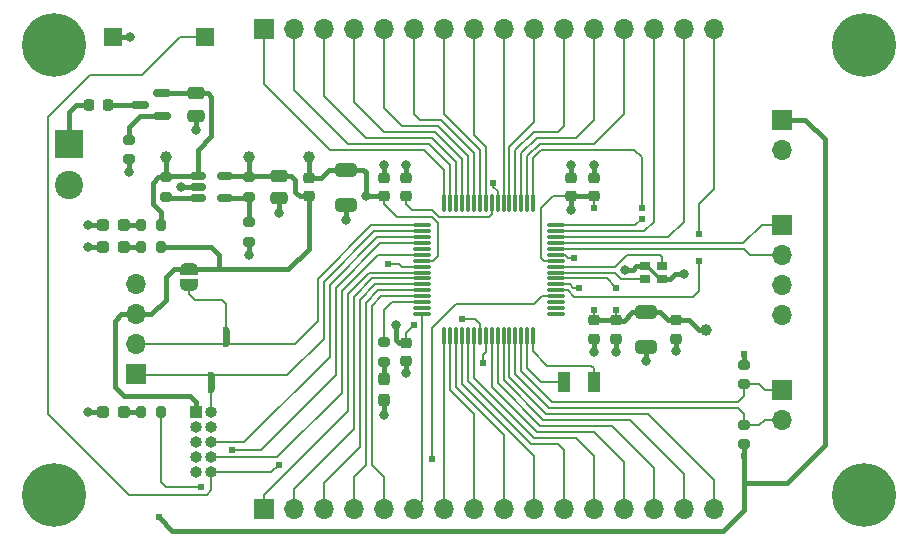
<source format=gbr>
%TF.GenerationSoftware,KiCad,Pcbnew,(6.0.2)*%
%TF.CreationDate,2022-02-18T18:14:02-05:00*%
%TF.ProjectId,EFM32TG11-Core,45464d33-3254-4473-9131-2d436f72652e,rev?*%
%TF.SameCoordinates,Original*%
%TF.FileFunction,Copper,L1,Top*%
%TF.FilePolarity,Positive*%
%FSLAX46Y46*%
G04 Gerber Fmt 4.6, Leading zero omitted, Abs format (unit mm)*
G04 Created by KiCad (PCBNEW (6.0.2)) date 2022-02-18 18:14:02*
%MOMM*%
%LPD*%
G01*
G04 APERTURE LIST*
G04 Aperture macros list*
%AMRoundRect*
0 Rectangle with rounded corners*
0 $1 Rounding radius*
0 $2 $3 $4 $5 $6 $7 $8 $9 X,Y pos of 4 corners*
0 Add a 4 corners polygon primitive as box body*
4,1,4,$2,$3,$4,$5,$6,$7,$8,$9,$2,$3,0*
0 Add four circle primitives for the rounded corners*
1,1,$1+$1,$2,$3*
1,1,$1+$1,$4,$5*
1,1,$1+$1,$6,$7*
1,1,$1+$1,$8,$9*
0 Add four rect primitives between the rounded corners*
20,1,$1+$1,$2,$3,$4,$5,0*
20,1,$1+$1,$4,$5,$6,$7,0*
20,1,$1+$1,$6,$7,$8,$9,0*
20,1,$1+$1,$8,$9,$2,$3,0*%
%AMFreePoly0*
4,1,22,0.500000,-0.750000,0.000000,-0.750000,0.000000,-0.745033,-0.079941,-0.743568,-0.215256,-0.701293,-0.333266,-0.622738,-0.424486,-0.514219,-0.481581,-0.384460,-0.499164,-0.250000,-0.500000,-0.250000,-0.500000,0.250000,-0.499164,0.250000,-0.499963,0.256109,-0.478152,0.396186,-0.417904,0.524511,-0.324060,0.630769,-0.204165,0.706417,-0.067858,0.745374,0.000000,0.744959,0.000000,0.750000,
0.500000,0.750000,0.500000,-0.750000,0.500000,-0.750000,$1*%
%AMFreePoly1*
4,1,20,0.000000,0.744959,0.073905,0.744508,0.209726,0.703889,0.328688,0.626782,0.421226,0.519385,0.479903,0.390333,0.500000,0.250000,0.500000,-0.250000,0.499851,-0.262216,0.476331,-0.402017,0.414519,-0.529596,0.319384,-0.634700,0.198574,-0.708877,0.061801,-0.746166,0.000000,-0.745033,0.000000,-0.750000,-0.500000,-0.750000,-0.500000,0.750000,0.000000,0.750000,0.000000,0.744959,
0.000000,0.744959,$1*%
G04 Aperture macros list end*
%TA.AperFunction,SMDPad,CuDef*%
%ADD10RoundRect,0.225000X-0.250000X0.225000X-0.250000X-0.225000X0.250000X-0.225000X0.250000X0.225000X0*%
%TD*%
%TA.AperFunction,ComponentPad*%
%ADD11R,1.700000X1.700000*%
%TD*%
%TA.AperFunction,ComponentPad*%
%ADD12O,1.700000X1.700000*%
%TD*%
%TA.AperFunction,ComponentPad*%
%ADD13R,2.400000X2.400000*%
%TD*%
%TA.AperFunction,ComponentPad*%
%ADD14C,2.400000*%
%TD*%
%TA.AperFunction,ComponentPad*%
%ADD15C,0.600000*%
%TD*%
%TA.AperFunction,SMDPad,CuDef*%
%ADD16RoundRect,0.218750X0.256250X-0.218750X0.256250X0.218750X-0.256250X0.218750X-0.256250X-0.218750X0*%
%TD*%
%TA.AperFunction,SMDPad,CuDef*%
%ADD17C,1.000000*%
%TD*%
%TA.AperFunction,SMDPad,CuDef*%
%ADD18RoundRect,0.200000X0.200000X0.275000X-0.200000X0.275000X-0.200000X-0.275000X0.200000X-0.275000X0*%
%TD*%
%TA.AperFunction,SMDPad,CuDef*%
%ADD19R,0.900000X0.800000*%
%TD*%
%TA.AperFunction,SMDPad,CuDef*%
%ADD20RoundRect,0.237500X0.237500X-0.287500X0.237500X0.287500X-0.237500X0.287500X-0.237500X-0.287500X0*%
%TD*%
%TA.AperFunction,SMDPad,CuDef*%
%ADD21RoundRect,0.250000X-0.475000X0.250000X-0.475000X-0.250000X0.475000X-0.250000X0.475000X0.250000X0*%
%TD*%
%TA.AperFunction,SMDPad,CuDef*%
%ADD22RoundRect,0.250000X-0.650000X0.325000X-0.650000X-0.325000X0.650000X-0.325000X0.650000X0.325000X0*%
%TD*%
%TA.AperFunction,SMDPad,CuDef*%
%ADD23RoundRect,0.200000X-0.275000X0.200000X-0.275000X-0.200000X0.275000X-0.200000X0.275000X0.200000X0*%
%TD*%
%TA.AperFunction,SMDPad,CuDef*%
%ADD24FreePoly0,270.000000*%
%TD*%
%TA.AperFunction,SMDPad,CuDef*%
%ADD25FreePoly1,270.000000*%
%TD*%
%TA.AperFunction,SMDPad,CuDef*%
%ADD26RoundRect,0.237500X-0.287500X-0.237500X0.287500X-0.237500X0.287500X0.237500X-0.287500X0.237500X0*%
%TD*%
%TA.AperFunction,ComponentPad*%
%ADD27C,5.400000*%
%TD*%
%TA.AperFunction,SMDPad,CuDef*%
%ADD28RoundRect,0.075000X0.075000X-0.662500X0.075000X0.662500X-0.075000X0.662500X-0.075000X-0.662500X0*%
%TD*%
%TA.AperFunction,SMDPad,CuDef*%
%ADD29RoundRect,0.075000X0.662500X-0.075000X0.662500X0.075000X-0.662500X0.075000X-0.662500X-0.075000X0*%
%TD*%
%TA.AperFunction,SMDPad,CuDef*%
%ADD30RoundRect,0.150000X-0.512500X-0.150000X0.512500X-0.150000X0.512500X0.150000X-0.512500X0.150000X0*%
%TD*%
%TA.AperFunction,SMDPad,CuDef*%
%ADD31R,1.000000X1.800000*%
%TD*%
%TA.AperFunction,SMDPad,CuDef*%
%ADD32RoundRect,0.225000X0.250000X-0.225000X0.250000X0.225000X-0.250000X0.225000X-0.250000X-0.225000X0*%
%TD*%
%TA.AperFunction,SMDPad,CuDef*%
%ADD33RoundRect,0.150000X0.587500X0.150000X-0.587500X0.150000X-0.587500X-0.150000X0.587500X-0.150000X0*%
%TD*%
%TA.AperFunction,SMDPad,CuDef*%
%ADD34RoundRect,0.200000X0.275000X-0.200000X0.275000X0.200000X-0.275000X0.200000X-0.275000X-0.200000X0*%
%TD*%
%TA.AperFunction,SMDPad,CuDef*%
%ADD35R,1.500000X1.500000*%
%TD*%
%TA.AperFunction,ComponentPad*%
%ADD36R,1.000000X1.000000*%
%TD*%
%TA.AperFunction,ComponentPad*%
%ADD37O,1.000000X1.000000*%
%TD*%
%TA.AperFunction,SMDPad,CuDef*%
%ADD38RoundRect,0.218750X-0.218750X-0.256250X0.218750X-0.256250X0.218750X0.256250X-0.218750X0.256250X0*%
%TD*%
%TA.AperFunction,ViaPad*%
%ADD39C,0.812800*%
%TD*%
%TA.AperFunction,ViaPad*%
%ADD40C,0.609600*%
%TD*%
%TA.AperFunction,Conductor*%
%ADD41C,0.406400*%
%TD*%
%TA.AperFunction,Conductor*%
%ADD42C,0.203200*%
%TD*%
%TA.AperFunction,Conductor*%
%ADD43C,0.254000*%
%TD*%
%TA.AperFunction,Conductor*%
%ADD44C,0.200000*%
%TD*%
G04 APERTURE END LIST*
%TO.C,NT2*%
G36*
X136825000Y-111760000D02*
G01*
X136225000Y-111760000D01*
X136225000Y-110560000D01*
X136825000Y-110560000D01*
X136825000Y-111760000D01*
G37*
%TO.C,NT1*%
G36*
X138095000Y-107880000D02*
G01*
X137495000Y-107880000D01*
X137495000Y-106680000D01*
X138095000Y-106680000D01*
X138095000Y-107880000D01*
G37*
%TD*%
D10*
%TO.P,C9,1*%
%TO.N,VDDA*%
X168910000Y-105905000D03*
%TO.P,C9,2*%
%TO.N,GND*%
X168910000Y-107455000D03*
%TD*%
D11*
%TO.P,J2,1,Pin_1*%
%TO.N,+3V3*%
X184855000Y-88895000D03*
D12*
%TO.P,J2,2,Pin_2*%
%TO.N,GND*%
X184855000Y-91435000D03*
%TD*%
D13*
%TO.P,J1,1,Pin_1*%
%TO.N,Net-(F1-Pad1)*%
X124460000Y-90960000D03*
D14*
%TO.P,J1,2,Pin_2*%
%TO.N,GND*%
X124460000Y-94460000D03*
%TD*%
D15*
%TO.P,NT2,1,1*%
%TO.N,/SWDIO*%
X136525000Y-111760000D03*
%TO.P,NT2,2,2*%
%TO.N,/RX_{BOOT}*%
X136525000Y-110560000D03*
%TD*%
D16*
%TO.P,FB1,1*%
%TO.N,+3V3*%
X144780000Y-95402500D03*
%TO.P,FB1,2*%
%TO.N,VDD*%
X144780000Y-93827500D03*
%TD*%
D17*
%TO.P,TP3,1,1*%
%TO.N,VDD*%
X144780000Y-92075000D03*
%TD*%
D18*
%TO.P,R7,1*%
%TO.N,/BTLDR*%
X132270000Y-113665000D03*
%TO.P,R7,2*%
%TO.N,Net-(D3-Pad2)*%
X130620000Y-113665000D03*
%TD*%
D19*
%TO.P,Y2,1,1*%
%TO.N,/HFXTALN*%
X174690000Y-101304000D03*
%TO.P,Y2,2,2*%
%TO.N,GND*%
X173290000Y-101304000D03*
%TO.P,Y2,3,3*%
%TO.N,/HFXTALP*%
X173290000Y-102404000D03*
%TO.P,Y2,4,4*%
%TO.N,GND*%
X174690000Y-102404000D03*
%TD*%
D15*
%TO.P,NT1,1,1*%
%TO.N,/SWCLK*%
X137795000Y-106680000D03*
%TO.P,NT1,2,2*%
%TO.N,/TX_{BOOT}*%
X137795000Y-107880000D03*
%TD*%
D10*
%TO.P,C10,1*%
%TO.N,VDDA*%
X170815000Y-105905000D03*
%TO.P,C10,2*%
%TO.N,GND*%
X170815000Y-107455000D03*
%TD*%
D20*
%TO.P,D4,1,K*%
%TO.N,GND*%
X151130000Y-112635000D03*
%TO.P,D4,2,A*%
%TO.N,Net-(D4-Pad2)*%
X151130000Y-110885000D03*
%TD*%
D21*
%TO.P,C1,1*%
%TO.N,Net-(C1-Pad1)*%
X135255000Y-86680000D03*
%TO.P,C1,2*%
%TO.N,GND*%
X135255000Y-88580000D03*
%TD*%
D22*
%TO.P,C8,1*%
%TO.N,VDDA*%
X173355000Y-105205000D03*
%TO.P,C8,2*%
%TO.N,GND*%
X173355000Y-108155000D03*
%TD*%
D23*
%TO.P,R5,1*%
%TO.N,Net-(Q1-Pad1)*%
X129540000Y-90615000D03*
%TO.P,R5,2*%
%TO.N,GND*%
X129540000Y-92265000D03*
%TD*%
%TO.P,R10,1*%
%TO.N,+3V3*%
X181610000Y-109665000D03*
%TO.P,R10,2*%
%TO.N,/I2C1_{SCL}*%
X181610000Y-111315000D03*
%TD*%
D24*
%TO.P,JP1,1,A*%
%TO.N,+3V3*%
X134620000Y-101585000D03*
D25*
%TO.P,JP1,2,B*%
%TO.N,/SWCLK*%
X134620000Y-102885000D03*
%TD*%
D26*
%TO.P,D2,1,K*%
%TO.N,GND*%
X127395000Y-99695000D03*
%TO.P,D2,2,A*%
%TO.N,Net-(D2-Pad2)*%
X129145000Y-99695000D03*
%TD*%
D27*
%TO.P,H3,1,1*%
%TO.N,GND*%
X191770000Y-82550000D03*
%TD*%
D11*
%TO.P,J4,1,Pin_1*%
%TO.N,/I2C1_{SCL}*%
X184855000Y-111755000D03*
D12*
%TO.P,J4,2,Pin_2*%
%TO.N,/I2C1_{SDA}*%
X184855000Y-114295000D03*
%TD*%
D27*
%TO.P,H1,1,1*%
%TO.N,GND*%
X123190000Y-82550000D03*
%TD*%
D26*
%TO.P,D3,1,K*%
%TO.N,GND*%
X127395000Y-113665000D03*
%TO.P,D3,2,A*%
%TO.N,Net-(D3-Pad2)*%
X129145000Y-113665000D03*
%TD*%
D23*
%TO.P,R8,1*%
%TO.N,/USR*%
X151130000Y-107760000D03*
%TO.P,R8,2*%
%TO.N,Net-(D4-Pad2)*%
X151130000Y-109410000D03*
%TD*%
D28*
%TO.P,U2,1,PA0*%
%TO.N,/PA0*%
X156270000Y-107262500D03*
%TO.P,U2,2,PA1*%
%TO.N,/PA1*%
X156770000Y-107262500D03*
%TO.P,U2,3,PA2*%
%TO.N,/PA2*%
X157270000Y-107262500D03*
%TO.P,U2,4,PA3*%
%TO.N,/PA3*%
X157770000Y-107262500D03*
%TO.P,U2,5,PA4*%
%TO.N,/PA4*%
X158270000Y-107262500D03*
%TO.P,U2,6,PA5*%
%TO.N,/PA5*%
X158770000Y-107262500D03*
%TO.P,U2,7,IOVDD_{0}*%
%TO.N,VDD*%
X159270000Y-107262500D03*
%TO.P,U2,8,VSS*%
%TO.N,GND*%
X159770000Y-107262500D03*
%TO.P,U2,9,PB3*%
%TO.N,/PB3*%
X160270000Y-107262500D03*
%TO.P,U2,10,PB4*%
%TO.N,/PB4*%
X160770000Y-107262500D03*
%TO.P,U2,11,PB5*%
%TO.N,/PB5*%
X161270000Y-107262500D03*
%TO.P,U2,12,PB6*%
%TO.N,/PB6*%
X161770000Y-107262500D03*
%TO.P,U2,13,PC4*%
%TO.N,/I2C1_{SDA}*%
X162270000Y-107262500D03*
%TO.P,U2,14,PC5*%
%TO.N,/I2C1_{SCL}*%
X162770000Y-107262500D03*
%TO.P,U2,15,LFXTALP*%
%TO.N,/LFXTALP*%
X163270000Y-107262500D03*
%TO.P,U2,16,LFXTALN*%
%TO.N,/LFXTALN*%
X163770000Y-107262500D03*
D29*
%TO.P,U2,17,PA12*%
%TO.N,/PA12*%
X165682500Y-105350000D03*
%TO.P,U2,18,PA13(5V)*%
%TO.N,/PA13*%
X165682500Y-104850000D03*
%TO.P,U2,19,PA14*%
%TO.N,/PA14*%
X165682500Y-104350000D03*
%TO.P,U2,20,~{RST}*%
%TO.N,/~{RST}*%
X165682500Y-103850000D03*
%TO.P,U2,21,PB11*%
%TO.N,/PB11*%
X165682500Y-103350000D03*
%TO.P,U2,22,VSS*%
%TO.N,GND*%
X165682500Y-102850000D03*
%TO.P,U2,23,AVDD*%
%TO.N,VDDA*%
X165682500Y-102350000D03*
%TO.P,U2,24,HFXTALP*%
%TO.N,/HFXTALP*%
X165682500Y-101850000D03*
%TO.P,U2,25,HFXTALN*%
%TO.N,/HFXTALN*%
X165682500Y-101350000D03*
%TO.P,U2,26,IOVDD_{0}*%
%TO.N,VDD*%
X165682500Y-100850000D03*
%TO.P,U2,27,AVDD*%
%TO.N,VDDA*%
X165682500Y-100350000D03*
%TO.P,U2,28,PD0(5V)*%
%TO.N,/UART1_{TX}*%
X165682500Y-99850000D03*
%TO.P,U2,29,PD1*%
%TO.N,/UART1_{RX}*%
X165682500Y-99350000D03*
%TO.P,U2,30,PD2(5V)*%
%TO.N,/PD2*%
X165682500Y-98850000D03*
%TO.P,U2,31,PD3*%
%TO.N,/PD3*%
X165682500Y-98350000D03*
%TO.P,U2,32,PD4*%
%TO.N,/UART1_{CTS}*%
X165682500Y-97850000D03*
D28*
%TO.P,U2,33,PD5*%
%TO.N,/UART1_{RTS}*%
X163770000Y-95937500D03*
%TO.P,U2,34,PD6*%
%TO.N,/PD6*%
X163270000Y-95937500D03*
%TO.P,U2,35,PD7*%
%TO.N,/PD7*%
X162770000Y-95937500D03*
%TO.P,U2,36,PD8*%
%TO.N,/PD8*%
X162270000Y-95937500D03*
%TO.P,U2,37,PC6*%
%TO.N,/PC6*%
X161770000Y-95937500D03*
%TO.P,U2,38,PC7*%
%TO.N,/PC7*%
X161270000Y-95937500D03*
%TO.P,U2,39,DVDD*%
%TO.N,VDD*%
X160770000Y-95937500D03*
%TO.P,U2,40,DCPL*%
%TO.N,Net-(C11-Pad1)*%
X160270000Y-95937500D03*
%TO.P,U2,41,PE4*%
%TO.N,/PE4*%
X159770000Y-95937500D03*
%TO.P,U2,42,PE5*%
%TO.N,/PE5*%
X159270000Y-95937500D03*
%TO.P,U2,43,PE6*%
%TO.N,/PE6*%
X158770000Y-95937500D03*
%TO.P,U2,44,PE7*%
%TO.N,/PE7*%
X158270000Y-95937500D03*
%TO.P,U2,45,PC12(5V)*%
%TO.N,/PC12*%
X157770000Y-95937500D03*
%TO.P,U2,46,PC13(5V)*%
%TO.N,/PC13*%
X157270000Y-95937500D03*
%TO.P,U2,47,PC14(5V)*%
%TO.N,/PC14*%
X156770000Y-95937500D03*
%TO.P,U2,48,PC15(5V)*%
%TO.N,/PC15*%
X156270000Y-95937500D03*
D29*
%TO.P,U2,49,PF0_SWCLK/TCK_TX_{BOOT}*%
%TO.N,/TX_{BOOT}*%
X154357500Y-97850000D03*
%TO.P,U2,50,PF1_SWDIO/TMS_RX_{BOOT}*%
%TO.N,/RX_{BOOT}*%
X154357500Y-98350000D03*
%TO.P,U2,51,PF2_TDO*%
%TO.N,/TDO_{JTAG}*%
X154357500Y-98850000D03*
%TO.P,U2,52,PF3*%
%TO.N,/BTLDR*%
X154357500Y-99350000D03*
%TO.P,U2,53,PF4*%
%TO.N,unconnected-(U2-Pad53)*%
X154357500Y-99850000D03*
%TO.P,U2,54,PF5_TDI*%
%TO.N,/TDI_{JTAG}*%
X154357500Y-100350000D03*
%TO.P,U2,55,IOVDD_{0}*%
%TO.N,VDD*%
X154357500Y-100850000D03*
%TO.P,U2,56,VSS*%
%TO.N,GND*%
X154357500Y-101350000D03*
%TO.P,U2,57,PE8*%
%TO.N,/PE8*%
X154357500Y-101850000D03*
%TO.P,U2,58,PE9*%
%TO.N,/PE9*%
X154357500Y-102350000D03*
%TO.P,U2,59,PE10*%
%TO.N,/PE10*%
X154357500Y-102850000D03*
%TO.P,U2,60,PE11*%
%TO.N,/PE11*%
X154357500Y-103350000D03*
%TO.P,U2,61,PE12*%
%TO.N,/PE12*%
X154357500Y-103850000D03*
%TO.P,U2,62,PE13*%
%TO.N,/USR*%
X154357500Y-104350000D03*
%TO.P,U2,63,PE14*%
%TO.N,/PE14*%
X154357500Y-104850000D03*
%TO.P,U2,64,PE15*%
%TO.N,/PE15*%
X154357500Y-105350000D03*
%TD*%
D23*
%TO.P,R3,1*%
%TO.N,+3V3*%
X139700000Y-93790000D03*
%TO.P,R3,2*%
%TO.N,Net-(R3-Pad2)*%
X139700000Y-95440000D03*
%TD*%
D11*
%TO.P,J7,1,Pin_1*%
%TO.N,/PE8*%
X140970000Y-121895000D03*
D12*
%TO.P,J7,2,Pin_2*%
%TO.N,/PE9*%
X143510000Y-121895000D03*
%TO.P,J7,3,Pin_3*%
%TO.N,/PE10*%
X146050000Y-121895000D03*
%TO.P,J7,4,Pin_4*%
%TO.N,/PE11*%
X148590000Y-121895000D03*
%TO.P,J7,5,Pin_5*%
%TO.N,/PE12*%
X151130000Y-121895000D03*
%TO.P,J7,6,Pin_6*%
%TO.N,/PE15*%
X153670000Y-121895000D03*
%TO.P,J7,7,Pin_7*%
%TO.N,/PA0*%
X156210000Y-121895000D03*
%TO.P,J7,8,Pin_8*%
%TO.N,/PA1*%
X158750000Y-121895000D03*
%TO.P,J7,9,Pin_9*%
%TO.N,/PA2*%
X161290000Y-121895000D03*
%TO.P,J7,10,Pin_10*%
%TO.N,/PA3*%
X163830000Y-121895000D03*
%TO.P,J7,11,Pin_11*%
%TO.N,/PA4*%
X166370000Y-121895000D03*
%TO.P,J7,12,Pin_12*%
%TO.N,/PA5*%
X168910000Y-121895000D03*
%TO.P,J7,13,Pin_13*%
%TO.N,/PB3*%
X171450000Y-121895000D03*
%TO.P,J7,14,Pin_14*%
%TO.N,/PB4*%
X173990000Y-121895000D03*
%TO.P,J7,15,Pin_15*%
%TO.N,/PB5*%
X176530000Y-121895000D03*
%TO.P,J7,16,Pin_16*%
%TO.N,/PB6*%
X179070000Y-121895000D03*
%TD*%
D30*
%TO.P,U1,1,IN*%
%TO.N,Net-(C1-Pad1)*%
X135387500Y-93665000D03*
%TO.P,U1,2,GND*%
%TO.N,GND*%
X135387500Y-94615000D03*
%TO.P,U1,3,EN*%
%TO.N,Net-(R1-Pad2)*%
X135387500Y-95565000D03*
%TO.P,U1,4,FB*%
%TO.N,Net-(R3-Pad2)*%
X137662500Y-95565000D03*
%TO.P,U1,5,OUT*%
%TO.N,+3V3*%
X137662500Y-93665000D03*
%TD*%
D31*
%TO.P,Y1,1,1*%
%TO.N,/LFXTALN*%
X168890000Y-111125000D03*
%TO.P,Y1,2,2*%
%TO.N,/LFXTALP*%
X166390000Y-111125000D03*
%TD*%
D10*
%TO.P,C7,1*%
%TO.N,VDD*%
X153035000Y-107810000D03*
%TO.P,C7,2*%
%TO.N,GND*%
X153035000Y-109360000D03*
%TD*%
D17*
%TO.P,TP4,1,1*%
%TO.N,VDDA*%
X178435000Y-106680000D03*
%TD*%
D11*
%TO.P,J5,1,Pin_1*%
%TO.N,/RX_{BOOT}*%
X130175000Y-110480000D03*
D12*
%TO.P,J5,2,Pin_2*%
%TO.N,/TX_{BOOT}*%
X130175000Y-107940000D03*
%TO.P,J5,3,Pin_3*%
%TO.N,+3V3*%
X130175000Y-105400000D03*
%TO.P,J5,4,Pin_4*%
%TO.N,GND*%
X130175000Y-102860000D03*
%TD*%
D22*
%TO.P,C3,1*%
%TO.N,VDD*%
X147955000Y-93140000D03*
%TO.P,C3,2*%
%TO.N,GND*%
X147955000Y-96090000D03*
%TD*%
D21*
%TO.P,C2,1*%
%TO.N,+3V3*%
X142240000Y-93665000D03*
%TO.P,C2,2*%
%TO.N,GND*%
X142240000Y-95565000D03*
%TD*%
D18*
%TO.P,R2,1*%
%TO.N,Net-(C1-Pad1)*%
X132270000Y-97790000D03*
%TO.P,R2,2*%
%TO.N,Net-(D1-Pad2)*%
X130620000Y-97790000D03*
%TD*%
D11*
%TO.P,J8,1,Pin_1*%
%TO.N,/PC15*%
X140970000Y-81255000D03*
D12*
%TO.P,J8,2,Pin_2*%
%TO.N,/PC14*%
X143510000Y-81255000D03*
%TO.P,J8,3,Pin_3*%
%TO.N,/PC13*%
X146050000Y-81255000D03*
%TO.P,J8,4,Pin_4*%
%TO.N,/PC12*%
X148590000Y-81255000D03*
%TO.P,J8,5,Pin_5*%
%TO.N,/PE7*%
X151130000Y-81255000D03*
%TO.P,J8,6,Pin_6*%
%TO.N,/PE6*%
X153670000Y-81255000D03*
%TO.P,J8,7,Pin_7*%
%TO.N,/PE5*%
X156210000Y-81255000D03*
%TO.P,J8,8,Pin_8*%
%TO.N,/PE4*%
X158750000Y-81255000D03*
%TO.P,J8,9,Pin_9*%
%TO.N,/PC7*%
X161290000Y-81255000D03*
%TO.P,J8,10,Pin_10*%
%TO.N,/PC6*%
X163830000Y-81255000D03*
%TO.P,J8,11,Pin_11*%
%TO.N,/PD8*%
X166370000Y-81255000D03*
%TO.P,J8,12,Pin_12*%
%TO.N,/PD7*%
X168910000Y-81255000D03*
%TO.P,J8,13,Pin_13*%
%TO.N,/PD6*%
X171450000Y-81255000D03*
%TO.P,J8,14,Pin_14*%
%TO.N,/PD3*%
X173990000Y-81255000D03*
%TO.P,J8,15,Pin_15*%
%TO.N,/PD2*%
X176530000Y-81255000D03*
%TO.P,J8,16,Pin_16*%
%TO.N,/PB11*%
X179070000Y-81255000D03*
%TD*%
D26*
%TO.P,D1,1,K*%
%TO.N,GND*%
X127395000Y-97790000D03*
%TO.P,D1,2,A*%
%TO.N,Net-(D1-Pad2)*%
X129145000Y-97790000D03*
%TD*%
D27*
%TO.P,H2,1,1*%
%TO.N,GND*%
X123190000Y-120650000D03*
%TD*%
D17*
%TO.P,TP2,1,1*%
%TO.N,+3V3*%
X139700000Y-92075000D03*
%TD*%
%TO.P,TP1,1,1*%
%TO.N,Net-(C1-Pad1)*%
X132715000Y-92075000D03*
%TD*%
D11*
%TO.P,J3,1,Pin_1*%
%TO.N,/UART1_{RX}*%
X184855000Y-97800000D03*
D12*
%TO.P,J3,2,Pin_2*%
%TO.N,/UART1_{TX}*%
X184855000Y-100340000D03*
%TO.P,J3,3,Pin_3*%
%TO.N,/UART1_{RTS}*%
X184855000Y-102880000D03*
%TO.P,J3,4,Pin_4*%
%TO.N,/UART1_{CTS}*%
X184855000Y-105420000D03*
%TD*%
D32*
%TO.P,C4,1*%
%TO.N,VDD*%
X168910000Y-95390000D03*
%TO.P,C4,2*%
%TO.N,GND*%
X168910000Y-93840000D03*
%TD*%
%TO.P,C5,1*%
%TO.N,VDD*%
X151130000Y-95390000D03*
%TO.P,C5,2*%
%TO.N,GND*%
X151130000Y-93840000D03*
%TD*%
D27*
%TO.P,H4,1,1*%
%TO.N,GND*%
X191770000Y-120650000D03*
%TD*%
D16*
%TO.P,FB2,1*%
%TO.N,VDD*%
X175895000Y-107467500D03*
%TO.P,FB2,2*%
%TO.N,VDDA*%
X175895000Y-105892500D03*
%TD*%
D33*
%TO.P,Q1,1,G*%
%TO.N,Net-(Q1-Pad1)*%
X132382500Y-88580000D03*
%TO.P,Q1,2,S*%
%TO.N,Net-(C1-Pad1)*%
X132382500Y-86680000D03*
%TO.P,Q1,3,D*%
%TO.N,Net-(F1-Pad2)*%
X130507500Y-87630000D03*
%TD*%
D32*
%TO.P,C11,1*%
%TO.N,Net-(C11-Pad1)*%
X153035000Y-95390000D03*
%TO.P,C11,2*%
%TO.N,GND*%
X153035000Y-93840000D03*
%TD*%
%TO.P,C6,1*%
%TO.N,VDD*%
X167005000Y-95390000D03*
%TO.P,C6,2*%
%TO.N,GND*%
X167005000Y-93840000D03*
%TD*%
D34*
%TO.P,R9,1*%
%TO.N,+3V3*%
X181610000Y-116395000D03*
%TO.P,R9,2*%
%TO.N,/I2C1_{SDA}*%
X181610000Y-114745000D03*
%TD*%
D23*
%TO.P,R6,1*%
%TO.N,Net-(R3-Pad2)*%
X139700000Y-97600000D03*
%TO.P,R6,2*%
%TO.N,GND*%
X139700000Y-99250000D03*
%TD*%
D35*
%TO.P,SW1,1,1*%
%TO.N,GND*%
X128180000Y-81915000D03*
%TO.P,SW1,2,2*%
%TO.N,/~{RST}*%
X135980000Y-81915000D03*
%TD*%
D23*
%TO.P,R1,1*%
%TO.N,Net-(C1-Pad1)*%
X132715000Y-93790000D03*
%TO.P,R1,2*%
%TO.N,Net-(R1-Pad2)*%
X132715000Y-95440000D03*
%TD*%
D36*
%TO.P,J6,1,VTref*%
%TO.N,+3V3*%
X135265000Y-113655000D03*
D37*
%TO.P,J6,2,SWDIO/TMS*%
%TO.N,/SWDIO*%
X136535000Y-113655000D03*
%TO.P,J6,3,GND*%
%TO.N,GND*%
X135265000Y-114925000D03*
%TO.P,J6,4,SWDCLK/TCK*%
%TO.N,/SWCLK*%
X136535000Y-114925000D03*
%TO.P,J6,5,GND*%
%TO.N,GND*%
X135265000Y-116195000D03*
%TO.P,J6,6,SWO/TDO*%
%TO.N,/TDO_{JTAG}*%
X136535000Y-116195000D03*
%TO.P,J6,7,KEY*%
%TO.N,unconnected-(J6-Pad7)*%
X135265000Y-117465000D03*
%TO.P,J6,8,NC/TDI*%
%TO.N,/TDI_{JTAG}*%
X136535000Y-117465000D03*
%TO.P,J6,9,GNDDetect*%
%TO.N,GND*%
X135265000Y-118735000D03*
%TO.P,J6,10,~{RESET}*%
%TO.N,/~{RST}*%
X136535000Y-118735000D03*
%TD*%
D38*
%TO.P,F1,1*%
%TO.N,Net-(F1-Pad1)*%
X126212500Y-87630000D03*
%TO.P,F1,2*%
%TO.N,Net-(F1-Pad2)*%
X127787500Y-87630000D03*
%TD*%
D18*
%TO.P,R4,1*%
%TO.N,+3V3*%
X132270000Y-99695000D03*
%TO.P,R4,2*%
%TO.N,Net-(D2-Pad2)*%
X130620000Y-99695000D03*
%TD*%
D39*
%TO.N,GND*%
X153035000Y-110363000D03*
D40*
X167640000Y-103124000D03*
D39*
X142240000Y-96774000D03*
X126111000Y-113665000D03*
D40*
X151511000Y-101092000D03*
D39*
X168910000Y-108585000D03*
X153035000Y-92710000D03*
X129667000Y-81915000D03*
X173355000Y-109347000D03*
X151130000Y-92710000D03*
X135255000Y-89789000D03*
X147955000Y-97409000D03*
X133985000Y-94615000D03*
X168910000Y-92710000D03*
X171577000Y-101600000D03*
X151130000Y-113919000D03*
X129540000Y-93345000D03*
X167005000Y-92710000D03*
X139700000Y-100330000D03*
X176530000Y-101981000D03*
X170815000Y-108585000D03*
D40*
X159512000Y-109474000D03*
D39*
X126111000Y-97790000D03*
X126111000Y-99695000D03*
D40*
%TO.N,+3V3*%
X132080000Y-122555000D03*
X181610000Y-117348000D03*
X181610000Y-108712000D03*
%TO.N,VDD*%
X157734000Y-105791000D03*
X160401000Y-94234000D03*
X168910000Y-96393000D03*
D39*
X152146000Y-106299000D03*
X149606000Y-95377000D03*
X175895000Y-108458000D03*
X167005000Y-96520000D03*
D40*
X153670000Y-106299000D03*
%TO.N,VDDA*%
X167258998Y-100584000D03*
X170815000Y-105029000D03*
X170815000Y-103124000D03*
X168910000Y-105029000D03*
%TO.N,/PB11*%
X177800000Y-100838000D03*
X177800000Y-98552000D03*
%TO.N,/~{RST}*%
X142240000Y-118110000D03*
X155194000Y-117602000D03*
%TO.N,/BTLDR*%
X135636000Y-120015000D03*
X138303000Y-116840000D03*
%TO.N,/UART1_{RTS}*%
X172974000Y-96393000D03*
%TO.N,/UART1_{CTS}*%
X172974000Y-97282000D03*
%TD*%
D41*
%TO.N,Net-(C1-Pad1)*%
X132840000Y-93665000D02*
X132715000Y-93790000D01*
X136525000Y-86995000D02*
X136210000Y-86680000D01*
X132715000Y-92075000D02*
X132715000Y-93790000D01*
X132715000Y-93790000D02*
X132016000Y-93790000D01*
X132270000Y-96710000D02*
X132270000Y-97790000D01*
X136210000Y-86680000D02*
X135255000Y-86680000D01*
X135387500Y-93665000D02*
X135387500Y-91434500D01*
X132016000Y-93790000D02*
X131572000Y-94234000D01*
X136525000Y-90297000D02*
X136525000Y-86995000D01*
X135387500Y-91434500D02*
X136525000Y-90297000D01*
X131572000Y-94234000D02*
X131572000Y-96012000D01*
X132382500Y-86680000D02*
X135255000Y-86680000D01*
X135387500Y-93665000D02*
X132840000Y-93665000D01*
X131572000Y-96012000D02*
X132270000Y-96710000D01*
D42*
%TO.N,GND*%
X167132000Y-103124000D02*
X167640000Y-103124000D01*
X152658000Y-101350000D02*
X152400000Y-101092000D01*
D41*
X172508000Y-101304000D02*
X172212000Y-101600000D01*
X127395000Y-113665000D02*
X126111000Y-113665000D01*
X173355000Y-108155000D02*
X173355000Y-109347000D01*
X168910000Y-93840000D02*
X168910000Y-92710000D01*
D42*
X173290000Y-101304000D02*
X173440000Y-101304000D01*
D41*
X153035000Y-93840000D02*
X153035000Y-92710000D01*
X175345000Y-102404000D02*
X175768000Y-101981000D01*
X135255000Y-88580000D02*
X135255000Y-89789000D01*
D42*
X166858000Y-102850000D02*
X167132000Y-103124000D01*
D43*
X173440000Y-101304000D02*
X174540000Y-102404000D01*
D42*
X159512000Y-108839000D02*
X159512000Y-109474000D01*
D41*
X139700000Y-99250000D02*
X139700000Y-100330000D01*
X151130000Y-112635000D02*
X151130000Y-113919000D01*
X174690000Y-102404000D02*
X175345000Y-102404000D01*
X127395000Y-97790000D02*
X126111000Y-97790000D01*
X153035000Y-109360000D02*
X153035000Y-110363000D01*
X127395000Y-99695000D02*
X126111000Y-99695000D01*
X128180000Y-81915000D02*
X129667000Y-81915000D01*
X175768000Y-101981000D02*
X176530000Y-101981000D01*
D42*
X165682500Y-102850000D02*
X166858000Y-102850000D01*
D41*
X167005000Y-93840000D02*
X167005000Y-92710000D01*
X170815000Y-107455000D02*
X170815000Y-108585000D01*
X142240000Y-95565000D02*
X142240000Y-96774000D01*
X151130000Y-93840000D02*
X151130000Y-92710000D01*
D42*
X154357500Y-101350000D02*
X152658000Y-101350000D01*
D41*
X129540000Y-92265000D02*
X129540000Y-93345000D01*
X168910000Y-107455000D02*
X168910000Y-108585000D01*
D42*
X152400000Y-101092000D02*
X151511000Y-101092000D01*
X174540000Y-102404000D02*
X174690000Y-102404000D01*
D41*
X147955000Y-96090000D02*
X147955000Y-97409000D01*
X172212000Y-101600000D02*
X171577000Y-101600000D01*
X173290000Y-101304000D02*
X172508000Y-101304000D01*
D42*
X159770000Y-108581000D02*
X159512000Y-108839000D01*
D41*
X135387500Y-94615000D02*
X133985000Y-94615000D01*
D42*
X159770000Y-107262500D02*
X159770000Y-108581000D01*
D41*
%TO.N,+3V3*%
X134747000Y-112268000D02*
X135265000Y-112786000D01*
X128915000Y-105400000D02*
X128397000Y-105918000D01*
X131455000Y-105400000D02*
X132715000Y-104140000D01*
X130175000Y-105400000D02*
X128915000Y-105400000D01*
X133365000Y-101585000D02*
X134620000Y-101585000D01*
X137145000Y-101585000D02*
X143017000Y-101585000D01*
X135265000Y-112786000D02*
X135265000Y-113655000D01*
X128397000Y-105918000D02*
X128397000Y-111506000D01*
X188468000Y-90551000D02*
X186812000Y-88895000D01*
X181610000Y-119634000D02*
X181610000Y-117348000D01*
X129159000Y-112268000D02*
X134747000Y-112268000D01*
X185293000Y-119634000D02*
X188468000Y-116459000D01*
X133223000Y-123698000D02*
X132080000Y-122555000D01*
X143017000Y-101585000D02*
X144780000Y-99822000D01*
X139700000Y-92075000D02*
X139700000Y-93790000D01*
X128397000Y-111506000D02*
X129159000Y-112268000D01*
X144780000Y-95402500D02*
X144043500Y-95402500D01*
X143637000Y-94041000D02*
X143261000Y-93665000D01*
X181610000Y-108712000D02*
X181610000Y-109665000D01*
X181610000Y-117348000D02*
X181610000Y-116395000D01*
X139825000Y-93665000D02*
X139700000Y-93790000D01*
X132715000Y-104140000D02*
X132715000Y-102235000D01*
X181610000Y-119634000D02*
X181610000Y-121920000D01*
X181610000Y-121920000D02*
X179832000Y-123698000D01*
X137160000Y-101570000D02*
X137145000Y-101585000D01*
X136525000Y-99695000D02*
X137160000Y-100330000D01*
X188468000Y-116459000D02*
X188468000Y-90551000D01*
X142240000Y-93665000D02*
X139825000Y-93665000D01*
X179832000Y-123698000D02*
X133223000Y-123698000D01*
X137662500Y-93665000D02*
X139575000Y-93665000D01*
X139575000Y-93665000D02*
X139700000Y-93790000D01*
X181610000Y-119634000D02*
X185293000Y-119634000D01*
X130175000Y-105400000D02*
X131455000Y-105400000D01*
X134620000Y-101585000D02*
X137145000Y-101585000D01*
X132715000Y-102235000D02*
X133365000Y-101585000D01*
X132270000Y-99695000D02*
X136525000Y-99695000D01*
X144780000Y-99822000D02*
X144780000Y-95402500D01*
X137160000Y-100330000D02*
X137160000Y-101570000D01*
X143261000Y-93665000D02*
X142240000Y-93665000D01*
X144043500Y-95402500D02*
X143637000Y-94996000D01*
X186812000Y-88895000D02*
X184855000Y-88895000D01*
X143637000Y-94996000D02*
X143637000Y-94041000D01*
D42*
%TO.N,VDD*%
X159270000Y-107262500D02*
X159270000Y-106184000D01*
X153035000Y-106934000D02*
X153670000Y-106299000D01*
X151130000Y-95390000D02*
X151130000Y-96012000D01*
D41*
X144780000Y-92075000D02*
X144780000Y-93827500D01*
D42*
X168910000Y-95390000D02*
X168910000Y-96393000D01*
X151130000Y-96012000D02*
X152273000Y-97155000D01*
D41*
X144780000Y-93827500D02*
X145821500Y-93827500D01*
X167005000Y-95390000D02*
X168910000Y-95390000D01*
D42*
X165468000Y-95390000D02*
X167005000Y-95390000D01*
X155194000Y-97155000D02*
X155702000Y-97663000D01*
D41*
X167005000Y-95390000D02*
X167005000Y-96520000D01*
X147955000Y-93140000D02*
X149401000Y-93140000D01*
D42*
X160401000Y-94615000D02*
X160401000Y-94234000D01*
X160770000Y-95937500D02*
X160770000Y-94984000D01*
X164465000Y-96393000D02*
X165468000Y-95390000D01*
D41*
X149606000Y-93345000D02*
X149606000Y-95377000D01*
X151117000Y-95377000D02*
X149606000Y-95377000D01*
X152400000Y-107823000D02*
X152146000Y-107569000D01*
D42*
X165682500Y-100850000D02*
X164731000Y-100850000D01*
X155309000Y-100850000D02*
X154357500Y-100850000D01*
D41*
X145821500Y-93827500D02*
X146509000Y-93140000D01*
D42*
X155702000Y-97663000D02*
X155702000Y-100457000D01*
X153035000Y-107823000D02*
X153035000Y-106934000D01*
X160770000Y-94984000D02*
X160401000Y-94615000D01*
D41*
X153035000Y-107823000D02*
X152400000Y-107823000D01*
D42*
X158877000Y-105791000D02*
X157734000Y-105791000D01*
D41*
X151130000Y-95390000D02*
X151117000Y-95377000D01*
D42*
X155702000Y-100457000D02*
X155309000Y-100850000D01*
X164465000Y-100584000D02*
X164465000Y-96393000D01*
X159270000Y-106184000D02*
X158877000Y-105791000D01*
D41*
X146509000Y-93140000D02*
X147955000Y-93140000D01*
X149401000Y-93140000D02*
X149606000Y-93345000D01*
D42*
X152273000Y-97155000D02*
X155194000Y-97155000D01*
D41*
X175895000Y-107467500D02*
X175895000Y-108458000D01*
D42*
X164731000Y-100850000D02*
X164465000Y-100584000D01*
D41*
X152146000Y-107569000D02*
X152146000Y-106299000D01*
%TO.N,VDDA*%
X177012500Y-105892500D02*
X177800000Y-106680000D01*
X170815000Y-105905000D02*
X168910000Y-105905000D01*
X177800000Y-106680000D02*
X178435000Y-106680000D01*
X175895000Y-105892500D02*
X175234500Y-105892500D01*
D42*
X165682500Y-100350000D02*
X166517000Y-100350000D01*
X170041000Y-102350000D02*
X170815000Y-103124000D01*
D41*
X170828000Y-105918000D02*
X170815000Y-105905000D01*
D42*
X166517000Y-100350000D02*
X166751000Y-100584000D01*
D41*
X172163000Y-105205000D02*
X171450000Y-105918000D01*
X175234500Y-105892500D02*
X174547000Y-105205000D01*
D42*
X170815000Y-105029000D02*
X170815000Y-105905000D01*
X165682500Y-102350000D02*
X170041000Y-102350000D01*
D41*
X171450000Y-105918000D02*
X170828000Y-105918000D01*
X175895000Y-105892500D02*
X177012500Y-105892500D01*
D42*
X166751000Y-100584000D02*
X167258998Y-100584000D01*
D41*
X174547000Y-105205000D02*
X173355000Y-105205000D01*
D42*
X168910000Y-105029000D02*
X168910000Y-105905000D01*
D41*
X173355000Y-105205000D02*
X172163000Y-105205000D01*
D42*
%TO.N,Net-(C11-Pad1)*%
X160270000Y-96905000D02*
X160020000Y-97155000D01*
X153035000Y-96012000D02*
X153035000Y-95390000D01*
X155194000Y-96520000D02*
X153543000Y-96520000D01*
X160270000Y-95937500D02*
X160270000Y-96905000D01*
X153543000Y-96520000D02*
X153035000Y-96012000D01*
X155829000Y-97155000D02*
X155194000Y-96520000D01*
X160020000Y-97155000D02*
X155829000Y-97155000D01*
D41*
%TO.N,Net-(D1-Pad2)*%
X130620000Y-97790000D02*
X129145000Y-97790000D01*
%TO.N,Net-(D2-Pad2)*%
X130620000Y-99695000D02*
X129145000Y-99695000D01*
%TO.N,Net-(D3-Pad2)*%
X129145000Y-113665000D02*
X130620000Y-113665000D01*
%TO.N,Net-(D4-Pad2)*%
X151130000Y-109410000D02*
X151130000Y-110885000D01*
%TO.N,Net-(F1-Pad1)*%
X124460000Y-88265000D02*
X125095000Y-87630000D01*
X124460000Y-90960000D02*
X124460000Y-88265000D01*
X125095000Y-87630000D02*
X126212500Y-87630000D01*
%TO.N,Net-(F1-Pad2)*%
X130507500Y-87630000D02*
X127787500Y-87630000D01*
D42*
%TO.N,/PB4*%
X160770000Y-107262500D02*
X160770000Y-111240000D01*
X170434000Y-114808000D02*
X173990000Y-118364000D01*
X164338000Y-114808000D02*
X170434000Y-114808000D01*
X160770000Y-111240000D02*
X164338000Y-114808000D01*
X173990000Y-118364000D02*
X173990000Y-121895000D01*
%TO.N,/PA0*%
X156210000Y-107322500D02*
X156210000Y-121895000D01*
X156270000Y-107262500D02*
X156210000Y-107322500D01*
%TO.N,/PB5*%
X161270000Y-107262500D02*
X161270000Y-110978000D01*
X176530000Y-118872000D02*
X176530000Y-121895000D01*
X164592000Y-114300000D02*
X171958000Y-114300000D01*
X161270000Y-110978000D02*
X164592000Y-114300000D01*
X171958000Y-114300000D02*
X176530000Y-118872000D01*
%TO.N,/PA1*%
X158750000Y-113792000D02*
X156770000Y-111812000D01*
X156770000Y-111812000D02*
X156770000Y-107262500D01*
X158750000Y-121895000D02*
X158750000Y-113792000D01*
%TO.N,/PB6*%
X179070000Y-119380000D02*
X173482000Y-113792000D01*
X179070000Y-121895000D02*
X179070000Y-119380000D01*
X173482000Y-113792000D02*
X164846000Y-113792000D01*
X164846000Y-113792000D02*
X161770000Y-110716000D01*
X161770000Y-110716000D02*
X161770000Y-107262500D01*
%TO.N,/PA2*%
X157270000Y-111550000D02*
X161290000Y-115570000D01*
X157270000Y-107262500D02*
X157270000Y-111550000D01*
X161290000Y-115570000D02*
X161290000Y-121895000D01*
%TO.N,/PB11*%
X177800000Y-96012000D02*
X177800000Y-98552000D01*
X165682500Y-103350000D02*
X166723000Y-103350000D01*
X166723000Y-103350000D02*
X167259000Y-103886000D01*
X179070000Y-94742000D02*
X177800000Y-96012000D01*
X177292000Y-103886000D02*
X177800000Y-103378000D01*
X177800000Y-103378000D02*
X177800000Y-100838000D01*
X167259000Y-103886000D02*
X177292000Y-103886000D01*
X179070000Y-81255000D02*
X179070000Y-94742000D01*
%TO.N,/PA3*%
X163830000Y-117348000D02*
X163830000Y-121895000D01*
X157770000Y-111288000D02*
X163830000Y-117348000D01*
X157770000Y-107262500D02*
X157770000Y-111288000D01*
%TO.N,/I2C1_{SDA}*%
X162270000Y-107262500D02*
X162270000Y-110454000D01*
X162270000Y-110454000D02*
X165100000Y-113284000D01*
X182943000Y-114745000D02*
X183393000Y-114295000D01*
X165100000Y-113284000D02*
X181102000Y-113284000D01*
X181610000Y-113792000D02*
X181610000Y-114745000D01*
X183393000Y-114295000D02*
X184855000Y-114295000D01*
X181102000Y-113284000D02*
X181610000Y-113792000D01*
X181610000Y-114745000D02*
X182943000Y-114745000D01*
%TO.N,/PA4*%
X163576000Y-116332000D02*
X165862000Y-116332000D01*
X158270000Y-107262500D02*
X158270000Y-111026000D01*
X158270000Y-111026000D02*
X163576000Y-116332000D01*
X166370000Y-116840000D02*
X166370000Y-121895000D01*
X165862000Y-116332000D02*
X166370000Y-116840000D01*
%TO.N,/I2C1_{SCL}*%
X181102000Y-112776000D02*
X181610000Y-112268000D01*
X162770000Y-110192000D02*
X165354000Y-112776000D01*
X181610000Y-111315000D02*
X182943000Y-111315000D01*
X165354000Y-112776000D02*
X181102000Y-112776000D01*
X162770000Y-107262500D02*
X162770000Y-110192000D01*
X181610000Y-112268000D02*
X181610000Y-111315000D01*
X183393000Y-111755000D02*
X184855000Y-111755000D01*
X182943000Y-111315000D02*
X183388000Y-111760000D01*
X183388000Y-111760000D02*
X183393000Y-111755000D01*
%TO.N,/PA5*%
X163830000Y-115824000D02*
X167386000Y-115824000D01*
X158770000Y-110764000D02*
X163830000Y-115824000D01*
X167386000Y-115824000D02*
X168910000Y-117348000D01*
X168910000Y-117348000D02*
X168910000Y-121895000D01*
X158770000Y-107262500D02*
X158770000Y-110764000D01*
%TO.N,/PC6*%
X161770000Y-95937500D02*
X161770000Y-91186000D01*
X163830000Y-89126000D02*
X163830000Y-81255000D01*
X161770000Y-91186000D02*
X163830000Y-89126000D01*
%TO.N,/PC7*%
X161270000Y-81275000D02*
X161290000Y-81255000D01*
X161270000Y-95937500D02*
X161270000Y-81275000D01*
%TO.N,/PC12*%
X155448000Y-89916000D02*
X151130000Y-89916000D01*
X151130000Y-89916000D02*
X148590000Y-87376000D01*
X148590000Y-87376000D02*
X148590000Y-81255000D01*
X157770000Y-95937500D02*
X157770000Y-92238000D01*
X157770000Y-92238000D02*
X155448000Y-89916000D01*
%TO.N,/PC13*%
X157270000Y-92500000D02*
X155194000Y-90424000D01*
X149606000Y-90424000D02*
X146050000Y-86868000D01*
X157270000Y-95937500D02*
X157270000Y-92500000D01*
X146050000Y-86868000D02*
X146050000Y-81255000D01*
X155194000Y-90424000D02*
X149606000Y-90424000D01*
%TO.N,/PB3*%
X168910000Y-115316000D02*
X171450000Y-117856000D01*
X160270000Y-111502000D02*
X164084000Y-115316000D01*
X160270000Y-107262500D02*
X160270000Y-111502000D01*
X171450000Y-117856000D02*
X171450000Y-121895000D01*
X164084000Y-115316000D02*
X168910000Y-115316000D01*
%TO.N,/PD6*%
X163270000Y-92000000D02*
X164338000Y-90932000D01*
X163270000Y-95937500D02*
X163270000Y-92000000D01*
X164338000Y-90932000D02*
X168910000Y-90932000D01*
X168910000Y-90932000D02*
X171450000Y-88392000D01*
X171450000Y-88392000D02*
X171450000Y-81255000D01*
%TO.N,/PD7*%
X162770000Y-95937500D02*
X162770000Y-91738000D01*
X168910000Y-88900000D02*
X168910000Y-81255000D01*
X162770000Y-91738000D02*
X164084000Y-90424000D01*
X164084000Y-90424000D02*
X167386000Y-90424000D01*
X167386000Y-90424000D02*
X168910000Y-88900000D01*
%TO.N,/PE8*%
X148082000Y-103632000D02*
X148082000Y-113538000D01*
X149864000Y-101850000D02*
X148082000Y-103632000D01*
X154357500Y-101850000D02*
X149864000Y-101850000D01*
X140970000Y-120650000D02*
X140970000Y-121895000D01*
X148082000Y-113538000D02*
X140970000Y-120650000D01*
%TO.N,/PE9*%
X150126000Y-102350000D02*
X154357500Y-102350000D01*
X143510000Y-120142000D02*
X148590000Y-115062000D01*
X143510000Y-121895000D02*
X143510000Y-120142000D01*
X148590000Y-103886000D02*
X150126000Y-102350000D01*
X148590000Y-115062000D02*
X148590000Y-103886000D01*
%TO.N,/PE10*%
X146050000Y-121895000D02*
X146050000Y-119634000D01*
X149098000Y-116586000D02*
X149098000Y-104140000D01*
X150388000Y-102850000D02*
X154357500Y-102850000D01*
X149098000Y-104140000D02*
X150388000Y-102850000D01*
X146050000Y-119634000D02*
X149098000Y-116586000D01*
%TO.N,/PD2*%
X176530000Y-97536000D02*
X176530000Y-81255000D01*
X175216000Y-98850000D02*
X176530000Y-97536000D01*
X165682500Y-98850000D02*
X175216000Y-98850000D01*
%TO.N,/PE11*%
X154357500Y-103350000D02*
X150650000Y-103350000D01*
X150650000Y-103350000D02*
X149606000Y-104394000D01*
X149606000Y-104394000D02*
X149606000Y-118110000D01*
X149606000Y-118110000D02*
X148590000Y-119126000D01*
X148590000Y-119126000D02*
X148590000Y-121895000D01*
%TO.N,/PD3*%
X173990000Y-97536000D02*
X173990000Y-81255000D01*
X165682500Y-98350000D02*
X173176000Y-98350000D01*
X173176000Y-98350000D02*
X173990000Y-97536000D01*
%TO.N,/PE12*%
X151130000Y-119126000D02*
X150114000Y-118110000D01*
X150114000Y-104648000D02*
X150912000Y-103850000D01*
X151130000Y-121895000D02*
X151130000Y-119126000D01*
X150114000Y-118110000D02*
X150114000Y-104648000D01*
X150912000Y-103850000D02*
X154357500Y-103850000D01*
%TO.N,/PD8*%
X165862000Y-89916000D02*
X166370000Y-89408000D01*
X163830000Y-89916000D02*
X165862000Y-89916000D01*
X162270000Y-91476000D02*
X163830000Y-89916000D01*
X162270000Y-95937500D02*
X162270000Y-91476000D01*
X166370000Y-89408000D02*
X166370000Y-81255000D01*
%TO.N,/PE4*%
X159770000Y-91190000D02*
X158750000Y-90170000D01*
X158750000Y-90170000D02*
X158750000Y-81255000D01*
X159770000Y-95937500D02*
X159770000Y-91190000D01*
%TO.N,/PE15*%
X154357500Y-105350000D02*
X154357500Y-121207500D01*
X154357500Y-121207500D02*
X153670000Y-121895000D01*
%TO.N,/PE5*%
X159270000Y-95937500D02*
X159270000Y-91452000D01*
X159270000Y-91452000D02*
X156210000Y-88392000D01*
X156210000Y-88392000D02*
X156210000Y-81255000D01*
%TO.N,/PC14*%
X156770000Y-92762000D02*
X154940000Y-90932000D01*
X148082000Y-90932000D02*
X143510000Y-86360000D01*
X154940000Y-90932000D02*
X148082000Y-90932000D01*
X156770000Y-95937500D02*
X156770000Y-92762000D01*
X143510000Y-86360000D02*
X143510000Y-81255000D01*
%TO.N,/PE6*%
X158770000Y-95937500D02*
X158770000Y-91714000D01*
X158770000Y-91714000D02*
X155956000Y-88900000D01*
X153670000Y-88392000D02*
X153670000Y-81255000D01*
X155956000Y-88900000D02*
X154178000Y-88900000D01*
X154178000Y-88900000D02*
X153670000Y-88392000D01*
%TO.N,/PC15*%
X146558000Y-91440000D02*
X140970000Y-85852000D01*
X156270000Y-93151000D02*
X154559000Y-91440000D01*
X154559000Y-91440000D02*
X146558000Y-91440000D01*
X156270000Y-95937500D02*
X156270000Y-93151000D01*
X140970000Y-85852000D02*
X140970000Y-81255000D01*
%TO.N,/PE7*%
X152654000Y-89408000D02*
X151130000Y-87884000D01*
X155702000Y-89408000D02*
X152654000Y-89408000D01*
X158270000Y-91976000D02*
X155702000Y-89408000D01*
X158270000Y-95937500D02*
X158270000Y-91976000D01*
X151130000Y-87884000D02*
X151130000Y-81255000D01*
%TO.N,/TX_{BOOT}*%
X154357500Y-97850000D02*
X150054000Y-97850000D01*
X130235000Y-107880000D02*
X130175000Y-107940000D01*
X150054000Y-97850000D02*
X145542000Y-102362000D01*
X143580000Y-107880000D02*
X130235000Y-107880000D01*
X145542000Y-102362000D02*
X145542000Y-105918000D01*
X145542000Y-105918000D02*
X143580000Y-107880000D01*
%TO.N,/RX_{BOOT}*%
X142932000Y-110560000D02*
X130255000Y-110560000D01*
X154357500Y-98350000D02*
X150316000Y-98350000D01*
X130255000Y-110560000D02*
X130175000Y-110480000D01*
X150316000Y-98350000D02*
X146050000Y-102616000D01*
X146050000Y-102616000D02*
X146050000Y-107442000D01*
X146050000Y-107442000D02*
X142932000Y-110560000D01*
%TO.N,/SWDIO*%
X136525000Y-112375000D02*
X136525000Y-111760000D01*
X136535000Y-112385000D02*
X136525000Y-112375000D01*
X136535000Y-113655000D02*
X136535000Y-112385000D01*
%TO.N,/SWCLK*%
X135128000Y-104140000D02*
X134620000Y-103632000D01*
X134620000Y-103632000D02*
X134620000Y-102885000D01*
X137414000Y-104140000D02*
X135128000Y-104140000D01*
X137795000Y-104521000D02*
X137414000Y-104140000D01*
X137795000Y-106680000D02*
X137795000Y-104521000D01*
%TO.N,/TDO_{JTAG}*%
X146558000Y-102870000D02*
X146558000Y-108966000D01*
X154357500Y-98850000D02*
X150578000Y-98850000D01*
X146558000Y-108966000D02*
X139329000Y-116195000D01*
X139329000Y-116195000D02*
X136535000Y-116195000D01*
X150578000Y-98850000D02*
X146558000Y-102870000D01*
%TO.N,/TDI_{JTAG}*%
X142123000Y-117465000D02*
X147574000Y-112014000D01*
X136535000Y-117465000D02*
X142123000Y-117465000D01*
X147574000Y-112014000D02*
X147574000Y-103378000D01*
X147574000Y-103378000D02*
X150602000Y-100350000D01*
X150602000Y-100350000D02*
X154357500Y-100350000D01*
%TO.N,/~{RST}*%
X136144000Y-120650000D02*
X129540000Y-120650000D01*
X155194000Y-106553000D02*
X155194000Y-117602000D01*
X122682000Y-113792000D02*
X122682000Y-88646000D01*
X133858000Y-81915000D02*
X135980000Y-81915000D01*
X164501000Y-103850000D02*
X163830000Y-104521000D01*
X130683000Y-85090000D02*
X133858000Y-81915000D01*
X141615000Y-118735000D02*
X142240000Y-118110000D01*
X163830000Y-104521000D02*
X157226000Y-104521000D01*
X136535000Y-120259000D02*
X136144000Y-120650000D01*
X122682000Y-88646000D02*
X126238000Y-85090000D01*
X129540000Y-120650000D02*
X122682000Y-113792000D01*
X126238000Y-85090000D02*
X130683000Y-85090000D01*
X157226000Y-104521000D02*
X155194000Y-106553000D01*
X165682500Y-103850000D02*
X164501000Y-103850000D01*
X136535000Y-118735000D02*
X136535000Y-120259000D01*
X136535000Y-118735000D02*
X141615000Y-118735000D01*
D41*
%TO.N,Net-(Q1-Pad1)*%
X130495000Y-88580000D02*
X132382500Y-88580000D01*
X129540000Y-90615000D02*
X129540000Y-89535000D01*
X129540000Y-89535000D02*
X130495000Y-88580000D01*
%TO.N,Net-(R1-Pad2)*%
X132840000Y-95565000D02*
X132715000Y-95440000D01*
X135387500Y-95565000D02*
X132840000Y-95565000D01*
%TO.N,Net-(R3-Pad2)*%
X139700000Y-97600000D02*
X139700000Y-95440000D01*
X139575000Y-95565000D02*
X139700000Y-95440000D01*
X137662500Y-95565000D02*
X139575000Y-95565000D01*
D42*
%TO.N,/BTLDR*%
X147066000Y-103124000D02*
X147066000Y-110490002D01*
X147066000Y-110490002D02*
X140716002Y-116840000D01*
X140716002Y-116840000D02*
X138303000Y-116840000D01*
X150840000Y-99350000D02*
X147066000Y-103124000D01*
X132270000Y-113665000D02*
X132270000Y-119570000D01*
X132715000Y-120015000D02*
X135636000Y-120015000D01*
X132270000Y-119570000D02*
X132715000Y-120015000D01*
X154357500Y-99350000D02*
X150840000Y-99350000D01*
%TO.N,/USR*%
X151809000Y-104350000D02*
X151130000Y-105029000D01*
X151130000Y-105029000D02*
X151130000Y-107760000D01*
X154357500Y-104350000D02*
X151809000Y-104350000D01*
D44*
%TO.N,/LFXTALP*%
X163270000Y-107262500D02*
X163270000Y-109930000D01*
X164465000Y-111125000D02*
X166390000Y-111125000D01*
X163270000Y-109930000D02*
X164465000Y-111125000D01*
%TO.N,/LFXTALN*%
X168656000Y-109728000D02*
X168890000Y-109962000D01*
X168890000Y-109962000D02*
X168890000Y-111125000D01*
X163770000Y-108525000D02*
X164973000Y-109728000D01*
X163770000Y-107262500D02*
X163770000Y-108525000D01*
X164973000Y-109728000D02*
X168656000Y-109728000D01*
%TO.N,/HFXTALP*%
X170684000Y-101850000D02*
X171238000Y-102404000D01*
X171238000Y-102404000D02*
X173290000Y-102404000D01*
X165682500Y-101850000D02*
X170684000Y-101850000D01*
%TO.N,/HFXTALN*%
X174690000Y-100522000D02*
X174690000Y-101304000D01*
X165682500Y-101350000D02*
X170684000Y-101350000D01*
X174498000Y-100330000D02*
X174690000Y-100522000D01*
X171704000Y-100330000D02*
X174498000Y-100330000D01*
X170684000Y-101350000D02*
X171704000Y-100330000D01*
D42*
%TO.N,/UART1_{RX}*%
X183124000Y-97800000D02*
X184855000Y-97800000D01*
X165682500Y-99350000D02*
X181574000Y-99350000D01*
X181574000Y-99350000D02*
X183124000Y-97800000D01*
%TO.N,/UART1_{TX}*%
X182118000Y-100330000D02*
X181638000Y-99850000D01*
X184845000Y-100330000D02*
X182118000Y-100330000D01*
X184855000Y-100340000D02*
X184845000Y-100330000D01*
X181638000Y-99850000D02*
X165682500Y-99850000D01*
%TO.N,/UART1_{RTS}*%
X172974000Y-92075000D02*
X172974000Y-96393000D01*
X172339000Y-91440000D02*
X172974000Y-92075000D01*
X164465000Y-91440000D02*
X172339000Y-91440000D01*
X163770000Y-92135000D02*
X164465000Y-91440000D01*
X163770000Y-95937500D02*
X163770000Y-92135000D01*
%TO.N,/UART1_{CTS}*%
X172406000Y-97850000D02*
X172974000Y-97282000D01*
X165682500Y-97850000D02*
X172406000Y-97850000D01*
%TD*%
M02*

</source>
